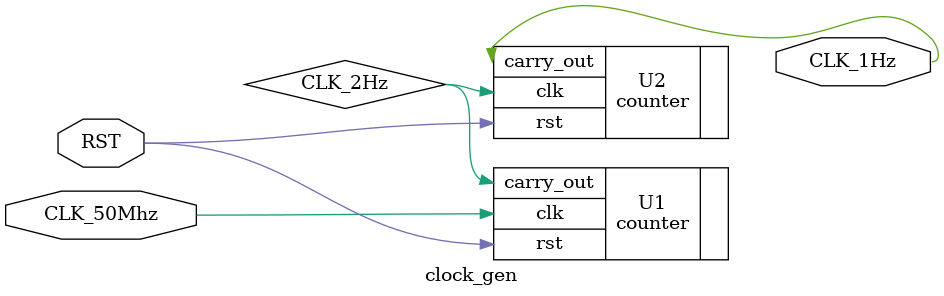
<source format=v>
module clock_gen(RST,CLK_50Mhz,CLK_1Hz);
 parameter MOD = 1000000;
 parameter BITS = $clog2(MOD);
 
 input CLK_50Mhz;
 input RST;
 output CLK_1Hz;
 
 wire CLK_2Hz;
 
 counter #(MOD,BITS) U1(.clk(CLK_50Mhz), .rst(RST), .carry_out(CLK_2Hz));
 counter #(2,1) U2(.clk(CLK_2Hz), .rst(RST), .carry_out(CLK_1Hz));
 
 
 
 endmodule

</source>
